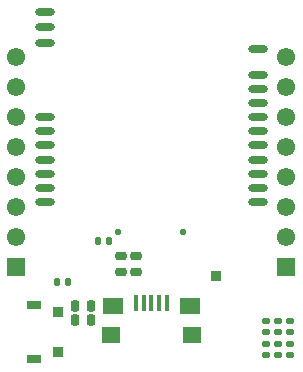
<source format=gts>
G04*
G04 #@! TF.GenerationSoftware,Altium Limited,Altium Designer,19.1.9 (167)*
G04*
G04 Layer_Color=8388736*
%FSLAX24Y24*%
%MOIN*%
G70*
G01*
G75*
%ADD13R,0.0335X0.0335*%
%ADD14C,0.0217*%
G04:AMPARAMS|DCode=15|XSize=25.6mil|YSize=19.7mil|CornerRadius=5.4mil|HoleSize=0mil|Usage=FLASHONLY|Rotation=270.000|XOffset=0mil|YOffset=0mil|HoleType=Round|Shape=RoundedRectangle|*
%AMROUNDEDRECTD15*
21,1,0.0256,0.0089,0,0,270.0*
21,1,0.0148,0.0197,0,0,270.0*
1,1,0.0108,-0.0044,-0.0074*
1,1,0.0108,-0.0044,0.0074*
1,1,0.0108,0.0044,0.0074*
1,1,0.0108,0.0044,-0.0074*
%
%ADD15ROUNDEDRECTD15*%
%ADD16R,0.0492X0.0256*%
%ADD17R,0.0335X0.0374*%
G04:AMPARAMS|DCode=18|XSize=27.6mil|YSize=21.7mil|CornerRadius=6.4mil|HoleSize=0mil|Usage=FLASHONLY|Rotation=0.000|XOffset=0mil|YOffset=0mil|HoleType=Round|Shape=RoundedRectangle|*
%AMROUNDEDRECTD18*
21,1,0.0276,0.0089,0,0,0.0*
21,1,0.0148,0.0217,0,0,0.0*
1,1,0.0128,0.0074,-0.0044*
1,1,0.0128,-0.0074,-0.0044*
1,1,0.0128,-0.0074,0.0044*
1,1,0.0128,0.0074,0.0044*
%
%ADD18ROUNDEDRECTD18*%
G04:AMPARAMS|DCode=19|XSize=37.4mil|YSize=29.5mil|CornerRadius=7.9mil|HoleSize=0mil|Usage=FLASHONLY|Rotation=180.000|XOffset=0mil|YOffset=0mil|HoleType=Round|Shape=RoundedRectangle|*
%AMROUNDEDRECTD19*
21,1,0.0374,0.0138,0,0,180.0*
21,1,0.0217,0.0295,0,0,180.0*
1,1,0.0157,-0.0108,0.0069*
1,1,0.0157,0.0108,0.0069*
1,1,0.0157,0.0108,-0.0069*
1,1,0.0157,-0.0108,-0.0069*
%
%ADD19ROUNDEDRECTD19*%
G04:AMPARAMS|DCode=20|XSize=37.4mil|YSize=29.5mil|CornerRadius=7.9mil|HoleSize=0mil|Usage=FLASHONLY|Rotation=90.000|XOffset=0mil|YOffset=0mil|HoleType=Round|Shape=RoundedRectangle|*
%AMROUNDEDRECTD20*
21,1,0.0374,0.0138,0,0,90.0*
21,1,0.0217,0.0295,0,0,90.0*
1,1,0.0157,0.0069,0.0108*
1,1,0.0157,0.0069,-0.0108*
1,1,0.0157,-0.0069,-0.0108*
1,1,0.0157,-0.0069,0.0108*
%
%ADD20ROUNDEDRECTD20*%
G04:AMPARAMS|DCode=21|XSize=25.6mil|YSize=19.7mil|CornerRadius=5.4mil|HoleSize=0mil|Usage=FLASHONLY|Rotation=180.000|XOffset=0mil|YOffset=0mil|HoleType=Round|Shape=RoundedRectangle|*
%AMROUNDEDRECTD21*
21,1,0.0256,0.0089,0,0,180.0*
21,1,0.0148,0.0197,0,0,180.0*
1,1,0.0108,-0.0074,0.0044*
1,1,0.0108,0.0074,0.0044*
1,1,0.0108,0.0074,-0.0044*
1,1,0.0108,-0.0074,-0.0044*
%
%ADD21ROUNDEDRECTD21*%
%ADD22O,0.0650X0.0256*%
%ADD23R,0.0177X0.0551*%
%ADD24R,0.0591X0.0531*%
%ADD25R,0.0650X0.0571*%
%ADD26C,0.0059*%
%ADD27C,0.0020*%
%ADD28C,0.0610*%
%ADD29R,0.0610X0.0610*%
D13*
X7185Y3051D02*
D03*
D14*
X6102Y4528D02*
D03*
X3937D02*
D03*
D15*
X2244Y2854D02*
D03*
X1890D02*
D03*
X3622Y4232D02*
D03*
X3268D02*
D03*
D16*
X1142Y2087D02*
D03*
Y276D02*
D03*
D17*
X1929Y512D02*
D03*
Y1850D02*
D03*
D18*
X9646Y413D02*
D03*
Y769D02*
D03*
X8858Y413D02*
D03*
Y769D02*
D03*
X9252Y413D02*
D03*
Y769D02*
D03*
D19*
X4035Y3169D02*
D03*
Y3720D02*
D03*
X4528D02*
D03*
Y3169D02*
D03*
D20*
X2480Y2067D02*
D03*
X3031D02*
D03*
Y1575D02*
D03*
X2480D02*
D03*
D21*
X9646Y1201D02*
D03*
Y1555D02*
D03*
X9252Y1201D02*
D03*
Y1555D02*
D03*
X8858Y1201D02*
D03*
Y1555D02*
D03*
D22*
X8583Y10630D02*
D03*
Y9764D02*
D03*
Y9291D02*
D03*
Y8819D02*
D03*
Y8346D02*
D03*
Y7874D02*
D03*
Y7402D02*
D03*
Y6929D02*
D03*
Y6457D02*
D03*
Y5984D02*
D03*
Y5512D02*
D03*
X1496D02*
D03*
Y5984D02*
D03*
Y6457D02*
D03*
Y6929D02*
D03*
Y7402D02*
D03*
Y7874D02*
D03*
Y8346D02*
D03*
Y10827D02*
D03*
Y11339D02*
D03*
Y11850D02*
D03*
D23*
X5551Y2146D02*
D03*
X5295D02*
D03*
X5039D02*
D03*
X4783D02*
D03*
X4528D02*
D03*
D24*
X3701Y1083D02*
D03*
X6378D02*
D03*
D25*
X3760Y2067D02*
D03*
X6319D02*
D03*
D26*
X1378Y846D02*
D03*
Y1516D02*
D03*
D27*
X5827Y1929D02*
D03*
X4252D02*
D03*
D28*
X539Y8354D02*
D03*
Y4354D02*
D03*
Y5354D02*
D03*
Y6354D02*
D03*
Y7354D02*
D03*
Y9354D02*
D03*
Y10354D02*
D03*
X9539Y8354D02*
D03*
Y4354D02*
D03*
Y5354D02*
D03*
Y6354D02*
D03*
Y7354D02*
D03*
Y9354D02*
D03*
Y10354D02*
D03*
D29*
X539Y3354D02*
D03*
X9539D02*
D03*
M02*

</source>
